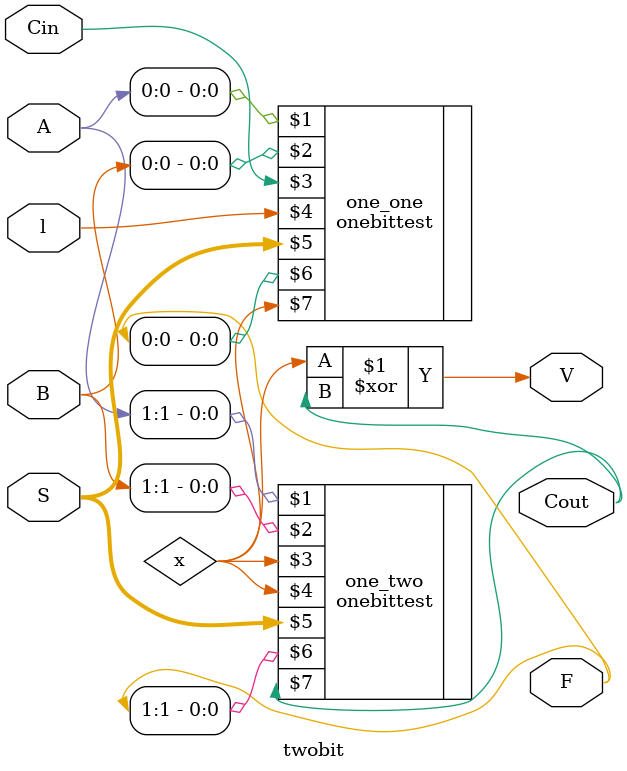
<source format=v>
module twobit (A,B,Cin,l,S,F,V,Cout);
input [1:0] A;
input [1:0] B;
input Cin,l;
input [2:0] S;
output [1:0] F;
output Cout,V;
wire x;
onebittest one_one(A[0],B[0],Cin,l,S,F[0],x);
onebittest one_two (A[1],B[1],x,x,S,F[1],Cout);
assign V = x ^ Cout;
endmodule


</source>
